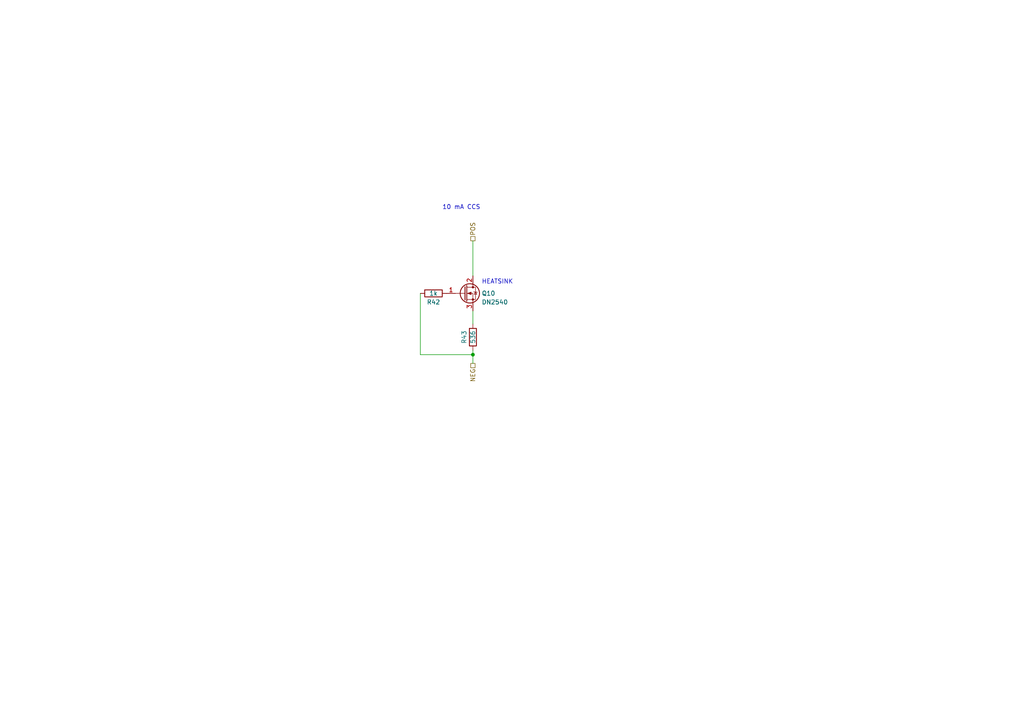
<source format=kicad_sch>
(kicad_sch (version 20231120) (generator "eeschema") (generator_version "8.0")
  (paper "A4")
  (lib_symbols
    (symbol "Device:R" (pin_numbers hide) (pin_names (offset 0))
      (property "Reference" "R" (at 2.032 0 90))
      (property "Value" "R" (at 0 0 90))
      (symbol "R_0_1"
        (rectangle (start -1.016 -2.54) (end 1.016 2.54) (stroke (width 0.254)))
      )
      (symbol "R_1_1"
        (pin passive line (at 0 3.81 270) (length 1.27) (name "~") (number "1"))
        (pin passive line (at 0 -3.81 90) (length 1.27) (name "~") (number "2"))
      )
    )
    (symbol "Transistor_FET_Other:DN2540N5-G" (pin_names (offset 0) hide)
      (property "Reference" "Q" (at 5.08 1.905 0))
      (property "Value" "DN2540N5-G" (at 5.08 0 0))
      (symbol "DN2540N5-G_0_1"
        (polyline (pts (xy 0.254 0) (xy -2.54 0)))
        (polyline (pts (xy 0.254 1.905) (xy 0.254 -1.905)) (stroke (width 0.254)))
        (polyline (pts (xy 0.762 2.286) (xy 0.762 -2.286)) (stroke (width 0.254)))
        (polyline (pts (xy 2.54 2.54) (xy 2.54 1.778)))
        (polyline (pts (xy 2.54 -2.54) (xy 2.54 0) (xy 0.762 0)))
        (polyline (pts (xy 0.762 -1.778) (xy 3.302 -1.778) (xy 3.302 1.778) (xy 0.762 1.778)))
        (polyline (pts (xy 1.016 0) (xy 2.032 0.381) (xy 2.032 -0.381) (xy 1.016 0)) (fill (type outline)))
        (polyline (pts (xy 2.794 0.508) (xy 2.921 0.381) (xy 3.683 0.381) (xy 3.81 0.254)))
        (polyline (pts (xy 3.302 0.381) (xy 2.921 -0.254) (xy 3.683 -0.254) (xy 3.302 0.381)))
        (circle (center 1.651 0) (radius 2.794) (stroke (width 0.254)))
        (circle (center 2.54 -1.778) (radius 0.254) (fill (type outline)))
        (circle (center 2.54 1.778) (radius 0.254) (fill (type outline)))
      )
      (symbol "DN2540N5-G_1_1"
        (pin input line (at -5.08 0 0) (length 2.54) (name "G") (number "1"))
        (pin passive line (at 2.54 5.08 270) (length 2.54) (name "D") (number "2"))
        (pin passive line (at 2.54 -5.08 90) (length 2.54) (name "S") (number "3"))
      )
    )
  )
  (junction (at 137.16 102.87))
  (wire (pts (xy 137.16 90.17) (xy 137.16 93.98)))
  (wire (pts (xy 137.16 101.6) (xy 137.16 102.87)))
  (wire (pts (xy 121.92 85.09) (xy 121.92 102.87)))
  (wire (pts (xy 137.16 69.85) (xy 137.16 80.01)))
  (wire (pts (xy 121.92 102.87) (xy 137.16 102.87)))
  (wire (pts (xy 137.16 102.87) (xy 137.16 105.41)))
  (text "10 mA CCS" (at 128.27 60.96 0) (effects (font (size 1.27 1.27)) (justify left bottom)))
  (text "HEATSINK" (at 139.7 82.55 0) (effects (font (size 1.27 1.27)) (justify left bottom)))
  (hierarchical_label "NEG" (shape passive) (at 137.16 105.41 270))
  (hierarchical_label "POS" (shape passive) (at 137.16 69.85 90))
  (symbol (lib_id "Device:R") (at 137.16 97.79 180) (unit 1)
    (property "Reference" "R43" (at 134.62 97.79 90))
    (property "Value" "536" (at 137.16 97.79 90))
    (property "Footprint" "Resistor_THT:R_Axial_DIN0207_L6.3mm_D2.5mm_P10.16mm_Horizontal" (effects (hide yes)))
    (property "Datasheet" "https://www.vishay.com/doc?31018" (effects (hide yes)))
    (property "MPN" "CMF55150R00" (effects (hide yes)))
    (instances (project "OSDEHA_AMP" (path "" (reference "R43") (unit 1)) (path "" (reference "R41") (unit 1))))
  )
  (symbol (lib_id "Device:R") (at 125.73 85.09 270) (unit 1)
    (property "Reference" "R42" (at 125.73 87.63 90))
    (property "Value" "1k" (at 125.73 85.09 90))
    (property "Footprint" "Resistor_THT:R_Axial_DIN0207_L6.3mm_D2.5mm_P10.16mm_Horizontal" (effects (hide yes)))
    (property "Datasheet" "https://www.vishay.com/doc?31018" (effects (hide yes)))
    (property "MPN" "CMF551K000" (effects (hide yes)))
    (instances (project "OSDEHA_AMP" (path "" (reference "R42") (unit 1)) (path "" (reference "R40") (unit 1))))
  )
  (symbol (lib_id "Transistor_FET_Other:DN2540N5-G") (at 134.62 85.09 0) (unit 1)
    (property "Reference" "Q10" (at 139.7 85.09 0) (effects (justify left)))
    (property "Value" "DN2540" (at 139.7 87.63 0) (effects (justify left)))
    (property "Footprint" "Package_TO_SOT_THT:TO-220-3_Vertical" (effects (hide yes)))
    (property "Datasheet" "https://ww1.microchip.com/downloads/en/DeviceDoc/DN2540%20B060313.pdf" (effects (hide yes)))
    (property "MPN" "DN2540N5-G" (effects (hide yes)))
    (instances (project "OSDEHA_AMP" (path "" (reference "Q10") (unit 1)) (path "" (reference "Q9") (unit 1))))
  )
)
</source>
